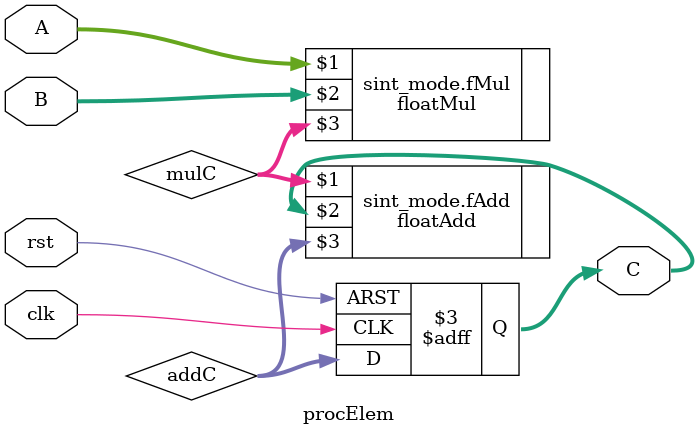
<source format=v>
module procElem #(
    parameter   DATA_WIDTH              = 32,                   // Data width, default: 32 bits
    parameter   FLOAT_MODE              = 1                     // 0: SInt, 1: Float
) (
    input                               clk,                    // Clock Signal
    input                               rst,                    // Reset Signal

    input       [DATA_WIDTH - 1: 0]     A,                      // DATA: A
    input       [DATA_WIDTH - 1: 0]     B,                      // DATA: B
    output reg  [DATA_WIDTH - 1: 0]     C                       // DATA: C
);
    wire        [DATA_WIDTH - 1: 0]     mulC;
    wire        [DATA_WIDTH - 1: 0]     addC;

    generate
        if (FLOAT_MODE == 0) begin : float_mode
            intMul   #(DATA_WIDTH) iMul (A, B, mulC);
            intAdd   #(DATA_WIDTH) iAdd (mulC, C, addC);
        end else begin : sint_mode
            floatMul #(DATA_WIDTH) fMul (A, B, mulC);
            floatAdd #(DATA_WIDTH) fAdd (mulC, C, addC);
        end
    endgenerate

    always @ (posedge clk or posedge rst) begin
        if (rst == 1'b1) begin
            C = 0;
        end else begin
            C = addC;
        end
    end

endmodule
</source>
